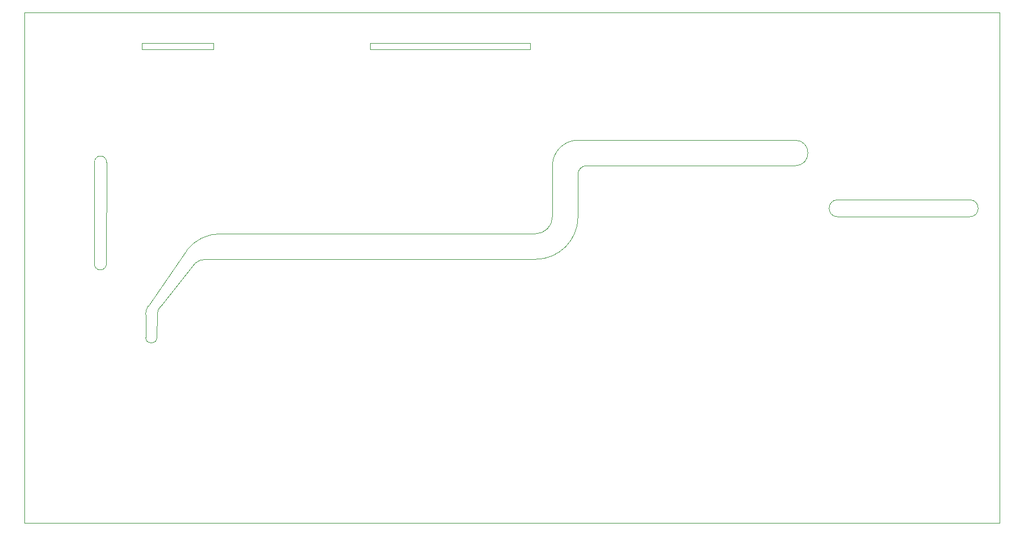
<source format=gm1>
G04 #@! TF.GenerationSoftware,KiCad,Pcbnew,(5.1.6)-1*
G04 #@! TF.CreationDate,2021-09-22T13:29:04+02:00*
G04 #@! TF.ProjectId,hamodule,68616d6f-6475-46c6-952e-6b696361645f,rev?*
G04 #@! TF.SameCoordinates,Original*
G04 #@! TF.FileFunction,Profile,NP*
%FSLAX46Y46*%
G04 Gerber Fmt 4.6, Leading zero omitted, Abs format (unit mm)*
G04 Created by KiCad (PCBNEW (5.1.6)-1) date 2021-09-22 13:29:04*
%MOMM*%
%LPD*%
G01*
G04 APERTURE LIST*
G04 #@! TA.AperFunction,Profile*
%ADD10C,0.050000*%
G04 #@! TD*
G04 #@! TA.AperFunction,Profile*
%ADD11C,0.100000*%
G04 #@! TD*
G04 APERTURE END LIST*
D10*
X41320134Y-59953283D02*
G75*
G02*
X39660001Y-59959999I-830134J13283D01*
G01*
D11*
X41383949Y-56514999D02*
X41320134Y-59953283D01*
D10*
X105410000Y-34290000D02*
X109220000Y-34290000D01*
X109220000Y-30480000D02*
X104140000Y-30480000D01*
X104140000Y-35560000D02*
G75*
G02*
X105410000Y-34290000I1270000J0D01*
G01*
X100330000Y-34290000D02*
G75*
G02*
X104140000Y-30480000I3810000J0D01*
G01*
X33800000Y-48895000D02*
G75*
G02*
X32000000Y-48895000I-900000J-50000D01*
G01*
X32020000Y-33785000D02*
G75*
G02*
X33820000Y-33785000I900000J50000D01*
G01*
X33800000Y-48895000D02*
X33820000Y-33785000D01*
X32020000Y-33785000D02*
X32000000Y-48895000D01*
X46971511Y-48873482D02*
G75*
G02*
X48626845Y-48260000I1655334J-1926518D01*
G01*
X39644842Y-56515000D02*
G75*
G02*
X40005000Y-55245000I2419233J0D01*
G01*
X41383949Y-56514999D02*
G75*
G02*
X41910000Y-55245000I1796051J0D01*
G01*
X45783618Y-46906619D02*
X40005000Y-55245000D01*
X45783618Y-46906619D02*
G75*
G02*
X50800000Y-44450000I5016382J-3893381D01*
G01*
X142875000Y-41910000D02*
G75*
G02*
X142875000Y-39370000I0J1270000D01*
G01*
X136525000Y-30480000D02*
G75*
G02*
X136525000Y-34290000I0J-1905000D01*
G01*
D11*
X49784000Y-16002000D02*
X49784000Y-16891000D01*
X39116000Y-16002000D02*
X49784000Y-16002000D01*
X39116000Y-16891000D02*
X39116000Y-16002000D01*
X49784000Y-16891000D02*
X39116000Y-16891000D01*
X97028000Y-16002000D02*
X97028000Y-16891000D01*
X73152000Y-16002000D02*
X97028000Y-16002000D01*
X73152000Y-16891000D02*
X73152000Y-16002000D01*
X97028000Y-16891000D02*
X73152000Y-16891000D01*
D10*
X162560000Y-39370000D02*
G75*
G02*
X162560000Y-41910000I0J-1270000D01*
G01*
X104140000Y-41910000D02*
G75*
G02*
X97790000Y-48260000I-6350000J0D01*
G01*
X100330000Y-41910000D02*
G75*
G02*
X97790000Y-44450000I-2540000J0D01*
G01*
D11*
X100330000Y-37465000D02*
X100330000Y-34290000D01*
X100330000Y-37465000D02*
X100330000Y-41910000D01*
X104140000Y-35560000D02*
X104140000Y-41910000D01*
X109220000Y-30480000D02*
X113030000Y-30480000D01*
X113665000Y-34290000D02*
X109220000Y-34290000D01*
X158750000Y-39370000D02*
X162560000Y-39370000D01*
X162560000Y-41910000D02*
X158750000Y-41910000D01*
X113030000Y-30480000D02*
X136525000Y-30480000D01*
X136525000Y-34290000D02*
X113665000Y-34290000D01*
X158750000Y-41910000D02*
X142875000Y-41910000D01*
X142875000Y-39370000D02*
X158750000Y-39370000D01*
X50800000Y-44450000D02*
X97790000Y-44450000D01*
X39660001Y-59959999D02*
X39644842Y-56515000D01*
X46971511Y-48873482D02*
X41910000Y-55245000D01*
X97790000Y-48260000D02*
X48626845Y-48260000D01*
D10*
X21590000Y-87630000D02*
X21590000Y-11430000D01*
X167005000Y-11430000D02*
X21590000Y-11430000D01*
X167005000Y-87630000D02*
X21590000Y-87630000D01*
X167005000Y-87630000D02*
X167005000Y-11430000D01*
M02*

</source>
